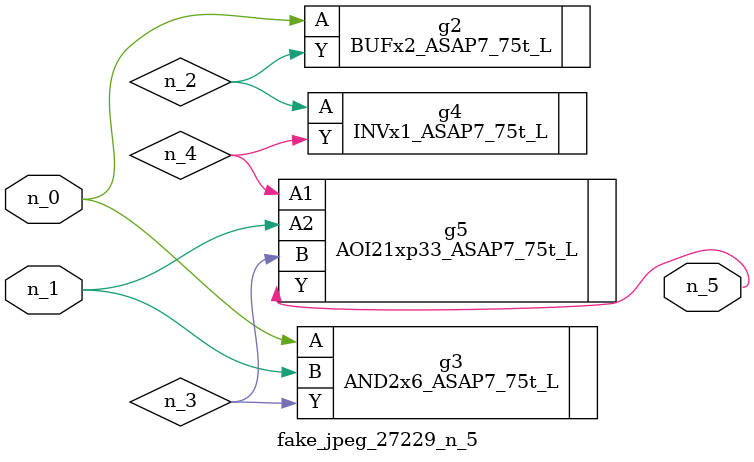
<source format=v>
module fake_jpeg_27229_n_5 (n_0, n_1, n_5);

input n_0;
input n_1;

output n_5;

wire n_3;
wire n_2;
wire n_4;

BUFx2_ASAP7_75t_L g2 ( 
.A(n_0),
.Y(n_2)
);

AND2x6_ASAP7_75t_L g3 ( 
.A(n_0),
.B(n_1),
.Y(n_3)
);

INVx1_ASAP7_75t_L g4 ( 
.A(n_2),
.Y(n_4)
);

AOI21xp33_ASAP7_75t_L g5 ( 
.A1(n_4),
.A2(n_1),
.B(n_3),
.Y(n_5)
);


endmodule
</source>
